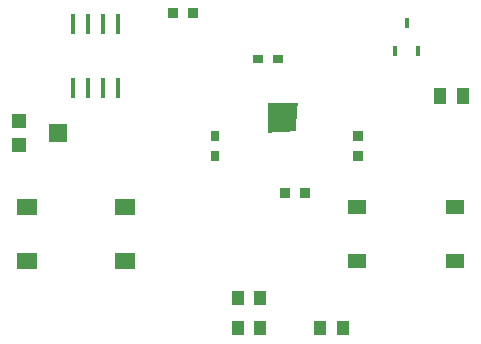
<source format=gbr>
%TF.GenerationSoftware,Novarm,DipTrace,3.0.0.2*%
%TF.CreationDate,2017-10-26T14:07:31+00:00*%
%FSLAX35Y35*%
%MOMM*%
%TF.FileFunction,Paste,Top*%
%TF.Part,Single*%
%AMOUTLINE2*
4,1,4,
-0.45,-0.4,
-0.45,0.4,
0.45,0.4,
0.45,-0.4,
-0.45,-0.4,
0*%
%AMOUTLINE5*
4,1,4,
0.4,-0.45,
-0.4,-0.45,
-0.4,0.45,
0.4,0.45,
0.4,-0.45,
0*%
%AMOUTLINE8*
4,1,4,
0.45,0.4,
0.45,-0.4,
-0.45,-0.4,
-0.45,0.4,
0.45,0.4,
0*%
%AMOUTLINE11*
4,1,4,
-0.55,-0.65,
-0.55,0.65,
0.55,0.65,
0.55,-0.65,
-0.55,-0.65,
0*%
%AMOUTLINE12*
4,1,4,
0.875,0.7,
-0.875,0.7,
-0.875,-0.7,
0.875,-0.7,
0.875,0.7,
0*%
%AMOUTLINE14*
4,1,4,
0.775,0.6,
-0.775,0.6,
-0.775,-0.6,
0.775,-0.6,
0.775,0.6,
0*%
%AMOUTLINE15*
4,1,4,
-0.875,-0.7,
0.875,-0.7,
0.875,0.7,
-0.875,0.7,
-0.875,-0.7,
0*%
%AMOUTLINE17*
4,1,4,
-0.775,-0.6,
0.775,-0.6,
0.775,0.6,
-0.775,0.6,
-0.775,-0.6,
0*%
%AMOUTLINE20*
4,1,4,
0.325,-0.04,
0.325,0.04,
-0.325,0.04,
-0.325,-0.04,
0.325,-0.04,
0*%
%AMOUTLINE23*
4,1,4,
-0.04,-0.325,
0.04,-0.325,
0.04,0.325,
-0.04,0.325,
-0.04,-0.325,
0*%
%AMOUTLINE26*
4,1,4,
1.24248,1.25,
-1.25,1.25,
-1.25,-1.2444,
1.07061,-1.11787,
1.24248,1.25,
0*%
%ADD30R,1.6X1.5*%
%ADD31R,1.2X1.2*%
%ADD44R,0.4X1.8*%
%ADD50R,0.45X0.85*%
%ADD56R,1.1X1.3*%
%ADD58R,0.9X0.8*%
%ADD60R,0.8X0.9*%
%ADD66OUTLINE2*%
%ADD69OUTLINE5*%
%ADD72OUTLINE8*%
%ADD75OUTLINE11*%
%ADD76OUTLINE12*%
%ADD78OUTLINE14*%
%ADD79OUTLINE15*%
%ADD81OUTLINE17*%
%ADD84OUTLINE20*%
%ADD87OUTLINE23*%
%ADD90OUTLINE26*%
G75*
G01*
%LPD*%
D60*
X3449500Y3095500D3*
Y3265500D3*
D66*
X4211500Y2778000D3*
X4041500D3*
D69*
X4656000Y3095500D3*
Y3265500D3*
D72*
X3259000Y4302000D3*
X3089000D3*
D58*
X3811973Y3916767D3*
X3981973D3*
D56*
X4529000Y1635000D3*
X4339000D3*
D50*
X4973500Y3984500D3*
X5163500D3*
X5068500Y4214500D3*
D75*
X5544500Y3603500D3*
X5354500D3*
D56*
X3830500Y1635000D3*
X3640500D3*
X3830500Y1889000D3*
X3640500D3*
D78*
X5481500Y2206500D3*
D81*
X4651500D3*
X5481500Y2656500D3*
D78*
X4651500D3*
D76*
X2687500Y2206500D3*
D79*
X1857500D3*
X2687500Y2656500D3*
D76*
X1857500D3*
D84*
X3823500Y3513000D3*
Y3463000D3*
Y3413000D3*
Y3363000D3*
Y3313000D3*
D87*
X3920973Y3215500D3*
X3970987D3*
X4021000D3*
X4071013D3*
X4121027D3*
D84*
X4218500Y3313000D3*
Y3363000D3*
Y3413000D3*
Y3463000D3*
Y3513000D3*
D87*
X4121027Y3610500D3*
X4071013D3*
X4021000D3*
X3970987D3*
X3920973D3*
D90*
X4021000Y3413000D3*
D30*
X2116000Y3286000D3*
D31*
X1783500Y3386000D3*
Y3186000D3*
D44*
X2243000Y3667000D3*
X2370000D3*
X2497000D3*
X2624000D3*
Y4207000D3*
X2497000D3*
X2370000D3*
X2243000D3*
M02*

</source>
